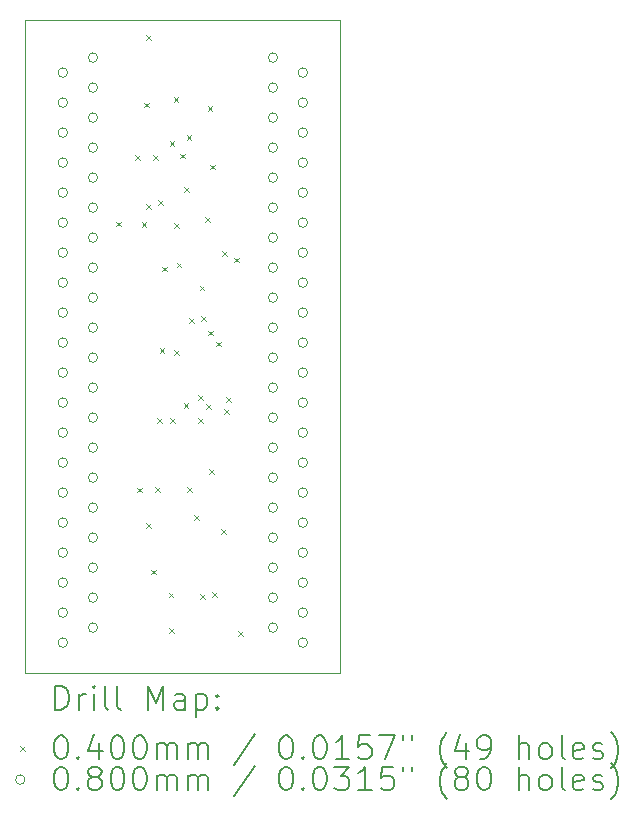
<source format=gbr>
%TF.GenerationSoftware,KiCad,Pcbnew,(6.0.9)*%
%TF.CreationDate,2025-04-02T09:35:17+02:00*%
%TF.ProjectId,Sombrero_MSX_Goa'uld,536f6d62-7265-4726-9f5f-4d53585f476f,rev?*%
%TF.SameCoordinates,Original*%
%TF.FileFunction,Drillmap*%
%TF.FilePolarity,Positive*%
%FSLAX45Y45*%
G04 Gerber Fmt 4.5, Leading zero omitted, Abs format (unit mm)*
G04 Created by KiCad (PCBNEW (6.0.9)) date 2025-04-02 09:35:17*
%MOMM*%
%LPD*%
G01*
G04 APERTURE LIST*
%ADD10C,0.050000*%
%ADD11C,0.200000*%
%ADD12C,0.040000*%
%ADD13C,0.080000*%
G04 APERTURE END LIST*
D10*
X13398500Y-7302500D02*
X16065500Y-7302500D01*
X16065500Y-7302500D02*
X16065500Y-12827000D01*
X16065500Y-12827000D02*
X13398500Y-12827000D01*
X13398500Y-12827000D02*
X13398500Y-7302500D01*
D11*
D12*
X14167270Y-9009100D02*
X14207270Y-9049100D01*
X14207270Y-9009100D02*
X14167270Y-9049100D01*
X14326270Y-8446300D02*
X14366270Y-8486300D01*
X14366270Y-8446300D02*
X14326270Y-8486300D01*
X14346260Y-11261620D02*
X14386260Y-11301620D01*
X14386260Y-11261620D02*
X14346260Y-11301620D01*
X14383710Y-9014510D02*
X14423710Y-9054510D01*
X14423710Y-9014510D02*
X14383710Y-9054510D01*
X14406030Y-8001450D02*
X14446030Y-8041450D01*
X14446030Y-8001450D02*
X14406030Y-8041450D01*
X14422360Y-8859300D02*
X14462360Y-8899300D01*
X14462360Y-8859300D02*
X14422360Y-8899300D01*
X14422500Y-11559730D02*
X14462500Y-11599730D01*
X14462500Y-11559730D02*
X14422500Y-11599730D01*
X14422600Y-7432610D02*
X14462600Y-7472610D01*
X14462600Y-7432610D02*
X14422600Y-7472610D01*
X14465350Y-11954990D02*
X14505350Y-11994990D01*
X14505350Y-11954990D02*
X14465350Y-11994990D01*
X14478790Y-8447400D02*
X14518790Y-8487400D01*
X14518790Y-8447400D02*
X14478790Y-8487400D01*
X14496460Y-11257950D02*
X14536460Y-11297950D01*
X14536460Y-11257950D02*
X14496460Y-11297950D01*
X14517360Y-10672860D02*
X14557360Y-10712860D01*
X14557360Y-10672860D02*
X14517360Y-10712860D01*
X14525150Y-8825250D02*
X14565150Y-8865250D01*
X14565150Y-8825250D02*
X14525150Y-8865250D01*
X14536190Y-10081420D02*
X14576190Y-10121420D01*
X14576190Y-10081420D02*
X14536190Y-10121420D01*
X14554820Y-9390220D02*
X14594820Y-9430220D01*
X14594820Y-9390220D02*
X14554820Y-9430220D01*
X14611500Y-12150190D02*
X14651500Y-12190190D01*
X14651500Y-12150190D02*
X14611500Y-12190190D01*
X14613940Y-12448490D02*
X14653940Y-12488490D01*
X14653940Y-12448490D02*
X14613940Y-12488490D01*
X14619430Y-8325330D02*
X14659430Y-8365330D01*
X14659430Y-8325330D02*
X14619430Y-8365330D01*
X14625540Y-10673340D02*
X14665540Y-10713340D01*
X14665540Y-10673340D02*
X14625540Y-10713340D01*
X14653850Y-7952840D02*
X14693850Y-7992840D01*
X14693850Y-7952840D02*
X14653850Y-7992840D01*
X14656840Y-10096660D02*
X14696840Y-10136660D01*
X14696840Y-10096660D02*
X14656840Y-10136660D01*
X14660070Y-9020380D02*
X14700070Y-9060380D01*
X14700070Y-9020380D02*
X14660070Y-9060380D01*
X14679290Y-9357070D02*
X14719290Y-9397070D01*
X14719290Y-9357070D02*
X14679290Y-9397070D01*
X14708910Y-8433280D02*
X14748910Y-8473280D01*
X14748910Y-8433280D02*
X14708910Y-8473280D01*
X14738120Y-10548430D02*
X14778120Y-10588430D01*
X14778120Y-10548430D02*
X14738120Y-10588430D01*
X14742810Y-8718170D02*
X14782810Y-8758170D01*
X14782810Y-8718170D02*
X14742810Y-8758170D01*
X14764230Y-8274740D02*
X14804230Y-8314740D01*
X14804230Y-8274740D02*
X14764230Y-8314740D01*
X14766940Y-11258970D02*
X14806940Y-11298970D01*
X14806940Y-11258970D02*
X14766940Y-11298970D01*
X14786980Y-9828690D02*
X14826980Y-9868690D01*
X14826980Y-9828690D02*
X14786980Y-9868690D01*
X14830090Y-11492550D02*
X14870090Y-11532550D01*
X14870090Y-11492550D02*
X14830090Y-11532550D01*
X14861300Y-10671940D02*
X14901300Y-10711940D01*
X14901300Y-10671940D02*
X14861300Y-10711940D01*
X14863410Y-10479230D02*
X14903410Y-10519230D01*
X14903410Y-10479230D02*
X14863410Y-10519230D01*
X14873850Y-9552110D02*
X14913850Y-9592110D01*
X14913850Y-9552110D02*
X14873850Y-9592110D01*
X14880790Y-12160180D02*
X14920790Y-12200180D01*
X14920790Y-12160180D02*
X14880790Y-12200180D01*
X14887000Y-9808430D02*
X14927000Y-9848430D01*
X14927000Y-9808430D02*
X14887000Y-9848430D01*
X14923240Y-8970210D02*
X14963240Y-9010210D01*
X14963240Y-8970210D02*
X14923240Y-9010210D01*
X14927670Y-10556430D02*
X14967670Y-10596430D01*
X14967670Y-10556430D02*
X14927670Y-10596430D01*
X14941210Y-8029660D02*
X14981210Y-8069660D01*
X14981210Y-8029660D02*
X14941210Y-8069660D01*
X14943980Y-9931220D02*
X14983980Y-9971220D01*
X14983980Y-9931220D02*
X14943980Y-9971220D01*
X14957730Y-11106880D02*
X14997730Y-11146880D01*
X14997730Y-11106880D02*
X14957730Y-11146880D01*
X14961850Y-8525720D02*
X15001850Y-8565720D01*
X15001850Y-8525720D02*
X14961850Y-8565720D01*
X14980800Y-12147130D02*
X15020800Y-12187130D01*
X15020800Y-12147130D02*
X14980800Y-12187130D01*
X15015890Y-10024630D02*
X15055890Y-10064630D01*
X15055890Y-10024630D02*
X15015890Y-10064630D01*
X15057740Y-11615340D02*
X15097740Y-11655340D01*
X15097740Y-11615340D02*
X15057740Y-11655340D01*
X15062700Y-9259160D02*
X15102700Y-9299160D01*
X15102700Y-9259160D02*
X15062700Y-9299160D01*
X15080900Y-10597570D02*
X15120900Y-10637570D01*
X15120900Y-10597570D02*
X15080900Y-10637570D01*
X15101720Y-10497460D02*
X15141720Y-10537460D01*
X15141720Y-10497460D02*
X15101720Y-10537460D01*
X15164470Y-9313660D02*
X15204470Y-9353660D01*
X15204470Y-9313660D02*
X15164470Y-9353660D01*
X15199380Y-12476590D02*
X15239380Y-12516590D01*
X15239380Y-12476590D02*
X15199380Y-12516590D01*
D13*
X13756000Y-7747000D02*
G75*
G03*
X13756000Y-7747000I-40000J0D01*
G01*
X13756000Y-8001000D02*
G75*
G03*
X13756000Y-8001000I-40000J0D01*
G01*
X13756000Y-8255000D02*
G75*
G03*
X13756000Y-8255000I-40000J0D01*
G01*
X13756000Y-8509000D02*
G75*
G03*
X13756000Y-8509000I-40000J0D01*
G01*
X13756000Y-8763000D02*
G75*
G03*
X13756000Y-8763000I-40000J0D01*
G01*
X13756000Y-9017000D02*
G75*
G03*
X13756000Y-9017000I-40000J0D01*
G01*
X13756000Y-9271000D02*
G75*
G03*
X13756000Y-9271000I-40000J0D01*
G01*
X13756000Y-9525000D02*
G75*
G03*
X13756000Y-9525000I-40000J0D01*
G01*
X13756000Y-9779000D02*
G75*
G03*
X13756000Y-9779000I-40000J0D01*
G01*
X13756000Y-10033000D02*
G75*
G03*
X13756000Y-10033000I-40000J0D01*
G01*
X13756000Y-10287000D02*
G75*
G03*
X13756000Y-10287000I-40000J0D01*
G01*
X13756000Y-10541000D02*
G75*
G03*
X13756000Y-10541000I-40000J0D01*
G01*
X13756000Y-10795000D02*
G75*
G03*
X13756000Y-10795000I-40000J0D01*
G01*
X13756000Y-11049000D02*
G75*
G03*
X13756000Y-11049000I-40000J0D01*
G01*
X13756000Y-11303000D02*
G75*
G03*
X13756000Y-11303000I-40000J0D01*
G01*
X13756000Y-11557000D02*
G75*
G03*
X13756000Y-11557000I-40000J0D01*
G01*
X13756000Y-11811000D02*
G75*
G03*
X13756000Y-11811000I-40000J0D01*
G01*
X13756000Y-12065000D02*
G75*
G03*
X13756000Y-12065000I-40000J0D01*
G01*
X13756000Y-12319000D02*
G75*
G03*
X13756000Y-12319000I-40000J0D01*
G01*
X13756000Y-12573000D02*
G75*
G03*
X13756000Y-12573000I-40000J0D01*
G01*
X14011000Y-7620000D02*
G75*
G03*
X14011000Y-7620000I-40000J0D01*
G01*
X14011000Y-7874000D02*
G75*
G03*
X14011000Y-7874000I-40000J0D01*
G01*
X14011000Y-8128000D02*
G75*
G03*
X14011000Y-8128000I-40000J0D01*
G01*
X14011000Y-8382000D02*
G75*
G03*
X14011000Y-8382000I-40000J0D01*
G01*
X14011000Y-8636000D02*
G75*
G03*
X14011000Y-8636000I-40000J0D01*
G01*
X14011000Y-8890000D02*
G75*
G03*
X14011000Y-8890000I-40000J0D01*
G01*
X14011000Y-9144000D02*
G75*
G03*
X14011000Y-9144000I-40000J0D01*
G01*
X14011000Y-9398000D02*
G75*
G03*
X14011000Y-9398000I-40000J0D01*
G01*
X14011000Y-9652000D02*
G75*
G03*
X14011000Y-9652000I-40000J0D01*
G01*
X14011000Y-9906000D02*
G75*
G03*
X14011000Y-9906000I-40000J0D01*
G01*
X14011000Y-10160000D02*
G75*
G03*
X14011000Y-10160000I-40000J0D01*
G01*
X14011000Y-10414000D02*
G75*
G03*
X14011000Y-10414000I-40000J0D01*
G01*
X14011000Y-10668000D02*
G75*
G03*
X14011000Y-10668000I-40000J0D01*
G01*
X14011000Y-10922000D02*
G75*
G03*
X14011000Y-10922000I-40000J0D01*
G01*
X14011000Y-11176000D02*
G75*
G03*
X14011000Y-11176000I-40000J0D01*
G01*
X14011000Y-11430000D02*
G75*
G03*
X14011000Y-11430000I-40000J0D01*
G01*
X14011000Y-11684000D02*
G75*
G03*
X14011000Y-11684000I-40000J0D01*
G01*
X14011000Y-11938000D02*
G75*
G03*
X14011000Y-11938000I-40000J0D01*
G01*
X14011000Y-12192000D02*
G75*
G03*
X14011000Y-12192000I-40000J0D01*
G01*
X14011000Y-12446000D02*
G75*
G03*
X14011000Y-12446000I-40000J0D01*
G01*
X15535000Y-7620000D02*
G75*
G03*
X15535000Y-7620000I-40000J0D01*
G01*
X15535000Y-7874000D02*
G75*
G03*
X15535000Y-7874000I-40000J0D01*
G01*
X15535000Y-8128000D02*
G75*
G03*
X15535000Y-8128000I-40000J0D01*
G01*
X15535000Y-8382000D02*
G75*
G03*
X15535000Y-8382000I-40000J0D01*
G01*
X15535000Y-8636000D02*
G75*
G03*
X15535000Y-8636000I-40000J0D01*
G01*
X15535000Y-8890000D02*
G75*
G03*
X15535000Y-8890000I-40000J0D01*
G01*
X15535000Y-9144000D02*
G75*
G03*
X15535000Y-9144000I-40000J0D01*
G01*
X15535000Y-9398000D02*
G75*
G03*
X15535000Y-9398000I-40000J0D01*
G01*
X15535000Y-9652000D02*
G75*
G03*
X15535000Y-9652000I-40000J0D01*
G01*
X15535000Y-9906000D02*
G75*
G03*
X15535000Y-9906000I-40000J0D01*
G01*
X15535000Y-10160000D02*
G75*
G03*
X15535000Y-10160000I-40000J0D01*
G01*
X15535000Y-10414000D02*
G75*
G03*
X15535000Y-10414000I-40000J0D01*
G01*
X15535000Y-10668000D02*
G75*
G03*
X15535000Y-10668000I-40000J0D01*
G01*
X15535000Y-10922000D02*
G75*
G03*
X15535000Y-10922000I-40000J0D01*
G01*
X15535000Y-11176000D02*
G75*
G03*
X15535000Y-11176000I-40000J0D01*
G01*
X15535000Y-11430000D02*
G75*
G03*
X15535000Y-11430000I-40000J0D01*
G01*
X15535000Y-11684000D02*
G75*
G03*
X15535000Y-11684000I-40000J0D01*
G01*
X15535000Y-11938000D02*
G75*
G03*
X15535000Y-11938000I-40000J0D01*
G01*
X15535000Y-12192000D02*
G75*
G03*
X15535000Y-12192000I-40000J0D01*
G01*
X15535000Y-12446000D02*
G75*
G03*
X15535000Y-12446000I-40000J0D01*
G01*
X15788000Y-7747000D02*
G75*
G03*
X15788000Y-7747000I-40000J0D01*
G01*
X15788000Y-8001000D02*
G75*
G03*
X15788000Y-8001000I-40000J0D01*
G01*
X15788000Y-8255000D02*
G75*
G03*
X15788000Y-8255000I-40000J0D01*
G01*
X15788000Y-8509000D02*
G75*
G03*
X15788000Y-8509000I-40000J0D01*
G01*
X15788000Y-8763000D02*
G75*
G03*
X15788000Y-8763000I-40000J0D01*
G01*
X15788000Y-9017000D02*
G75*
G03*
X15788000Y-9017000I-40000J0D01*
G01*
X15788000Y-9271000D02*
G75*
G03*
X15788000Y-9271000I-40000J0D01*
G01*
X15788000Y-9525000D02*
G75*
G03*
X15788000Y-9525000I-40000J0D01*
G01*
X15788000Y-9779000D02*
G75*
G03*
X15788000Y-9779000I-40000J0D01*
G01*
X15788000Y-10033000D02*
G75*
G03*
X15788000Y-10033000I-40000J0D01*
G01*
X15788000Y-10287000D02*
G75*
G03*
X15788000Y-10287000I-40000J0D01*
G01*
X15788000Y-10541000D02*
G75*
G03*
X15788000Y-10541000I-40000J0D01*
G01*
X15788000Y-10795000D02*
G75*
G03*
X15788000Y-10795000I-40000J0D01*
G01*
X15788000Y-11049000D02*
G75*
G03*
X15788000Y-11049000I-40000J0D01*
G01*
X15788000Y-11303000D02*
G75*
G03*
X15788000Y-11303000I-40000J0D01*
G01*
X15788000Y-11557000D02*
G75*
G03*
X15788000Y-11557000I-40000J0D01*
G01*
X15788000Y-11811000D02*
G75*
G03*
X15788000Y-11811000I-40000J0D01*
G01*
X15788000Y-12065000D02*
G75*
G03*
X15788000Y-12065000I-40000J0D01*
G01*
X15788000Y-12319000D02*
G75*
G03*
X15788000Y-12319000I-40000J0D01*
G01*
X15788000Y-12573000D02*
G75*
G03*
X15788000Y-12573000I-40000J0D01*
G01*
D11*
X13653619Y-13139976D02*
X13653619Y-12939976D01*
X13701238Y-12939976D01*
X13729809Y-12949500D01*
X13748857Y-12968548D01*
X13758381Y-12987595D01*
X13767905Y-13025690D01*
X13767905Y-13054262D01*
X13758381Y-13092357D01*
X13748857Y-13111405D01*
X13729809Y-13130452D01*
X13701238Y-13139976D01*
X13653619Y-13139976D01*
X13853619Y-13139976D02*
X13853619Y-13006643D01*
X13853619Y-13044738D02*
X13863143Y-13025690D01*
X13872667Y-13016167D01*
X13891714Y-13006643D01*
X13910762Y-13006643D01*
X13977428Y-13139976D02*
X13977428Y-13006643D01*
X13977428Y-12939976D02*
X13967905Y-12949500D01*
X13977428Y-12959024D01*
X13986952Y-12949500D01*
X13977428Y-12939976D01*
X13977428Y-12959024D01*
X14101238Y-13139976D02*
X14082190Y-13130452D01*
X14072667Y-13111405D01*
X14072667Y-12939976D01*
X14206000Y-13139976D02*
X14186952Y-13130452D01*
X14177428Y-13111405D01*
X14177428Y-12939976D01*
X14434571Y-13139976D02*
X14434571Y-12939976D01*
X14501238Y-13082833D01*
X14567905Y-12939976D01*
X14567905Y-13139976D01*
X14748857Y-13139976D02*
X14748857Y-13035214D01*
X14739333Y-13016167D01*
X14720286Y-13006643D01*
X14682190Y-13006643D01*
X14663143Y-13016167D01*
X14748857Y-13130452D02*
X14729809Y-13139976D01*
X14682190Y-13139976D01*
X14663143Y-13130452D01*
X14653619Y-13111405D01*
X14653619Y-13092357D01*
X14663143Y-13073309D01*
X14682190Y-13063786D01*
X14729809Y-13063786D01*
X14748857Y-13054262D01*
X14844095Y-13006643D02*
X14844095Y-13206643D01*
X14844095Y-13016167D02*
X14863143Y-13006643D01*
X14901238Y-13006643D01*
X14920286Y-13016167D01*
X14929809Y-13025690D01*
X14939333Y-13044738D01*
X14939333Y-13101881D01*
X14929809Y-13120928D01*
X14920286Y-13130452D01*
X14901238Y-13139976D01*
X14863143Y-13139976D01*
X14844095Y-13130452D01*
X15025048Y-13120928D02*
X15034571Y-13130452D01*
X15025048Y-13139976D01*
X15015524Y-13130452D01*
X15025048Y-13120928D01*
X15025048Y-13139976D01*
X15025048Y-13016167D02*
X15034571Y-13025690D01*
X15025048Y-13035214D01*
X15015524Y-13025690D01*
X15025048Y-13016167D01*
X15025048Y-13035214D01*
D12*
X13356000Y-13449500D02*
X13396000Y-13489500D01*
X13396000Y-13449500D02*
X13356000Y-13489500D01*
D11*
X13691714Y-13359976D02*
X13710762Y-13359976D01*
X13729809Y-13369500D01*
X13739333Y-13379024D01*
X13748857Y-13398071D01*
X13758381Y-13436167D01*
X13758381Y-13483786D01*
X13748857Y-13521881D01*
X13739333Y-13540928D01*
X13729809Y-13550452D01*
X13710762Y-13559976D01*
X13691714Y-13559976D01*
X13672667Y-13550452D01*
X13663143Y-13540928D01*
X13653619Y-13521881D01*
X13644095Y-13483786D01*
X13644095Y-13436167D01*
X13653619Y-13398071D01*
X13663143Y-13379024D01*
X13672667Y-13369500D01*
X13691714Y-13359976D01*
X13844095Y-13540928D02*
X13853619Y-13550452D01*
X13844095Y-13559976D01*
X13834571Y-13550452D01*
X13844095Y-13540928D01*
X13844095Y-13559976D01*
X14025048Y-13426643D02*
X14025048Y-13559976D01*
X13977428Y-13350452D02*
X13929809Y-13493309D01*
X14053619Y-13493309D01*
X14167905Y-13359976D02*
X14186952Y-13359976D01*
X14206000Y-13369500D01*
X14215524Y-13379024D01*
X14225048Y-13398071D01*
X14234571Y-13436167D01*
X14234571Y-13483786D01*
X14225048Y-13521881D01*
X14215524Y-13540928D01*
X14206000Y-13550452D01*
X14186952Y-13559976D01*
X14167905Y-13559976D01*
X14148857Y-13550452D01*
X14139333Y-13540928D01*
X14129809Y-13521881D01*
X14120286Y-13483786D01*
X14120286Y-13436167D01*
X14129809Y-13398071D01*
X14139333Y-13379024D01*
X14148857Y-13369500D01*
X14167905Y-13359976D01*
X14358381Y-13359976D02*
X14377428Y-13359976D01*
X14396476Y-13369500D01*
X14406000Y-13379024D01*
X14415524Y-13398071D01*
X14425048Y-13436167D01*
X14425048Y-13483786D01*
X14415524Y-13521881D01*
X14406000Y-13540928D01*
X14396476Y-13550452D01*
X14377428Y-13559976D01*
X14358381Y-13559976D01*
X14339333Y-13550452D01*
X14329809Y-13540928D01*
X14320286Y-13521881D01*
X14310762Y-13483786D01*
X14310762Y-13436167D01*
X14320286Y-13398071D01*
X14329809Y-13379024D01*
X14339333Y-13369500D01*
X14358381Y-13359976D01*
X14510762Y-13559976D02*
X14510762Y-13426643D01*
X14510762Y-13445690D02*
X14520286Y-13436167D01*
X14539333Y-13426643D01*
X14567905Y-13426643D01*
X14586952Y-13436167D01*
X14596476Y-13455214D01*
X14596476Y-13559976D01*
X14596476Y-13455214D02*
X14606000Y-13436167D01*
X14625048Y-13426643D01*
X14653619Y-13426643D01*
X14672667Y-13436167D01*
X14682190Y-13455214D01*
X14682190Y-13559976D01*
X14777428Y-13559976D02*
X14777428Y-13426643D01*
X14777428Y-13445690D02*
X14786952Y-13436167D01*
X14806000Y-13426643D01*
X14834571Y-13426643D01*
X14853619Y-13436167D01*
X14863143Y-13455214D01*
X14863143Y-13559976D01*
X14863143Y-13455214D02*
X14872667Y-13436167D01*
X14891714Y-13426643D01*
X14920286Y-13426643D01*
X14939333Y-13436167D01*
X14948857Y-13455214D01*
X14948857Y-13559976D01*
X15339333Y-13350452D02*
X15167905Y-13607595D01*
X15596476Y-13359976D02*
X15615524Y-13359976D01*
X15634571Y-13369500D01*
X15644095Y-13379024D01*
X15653619Y-13398071D01*
X15663143Y-13436167D01*
X15663143Y-13483786D01*
X15653619Y-13521881D01*
X15644095Y-13540928D01*
X15634571Y-13550452D01*
X15615524Y-13559976D01*
X15596476Y-13559976D01*
X15577428Y-13550452D01*
X15567905Y-13540928D01*
X15558381Y-13521881D01*
X15548857Y-13483786D01*
X15548857Y-13436167D01*
X15558381Y-13398071D01*
X15567905Y-13379024D01*
X15577428Y-13369500D01*
X15596476Y-13359976D01*
X15748857Y-13540928D02*
X15758381Y-13550452D01*
X15748857Y-13559976D01*
X15739333Y-13550452D01*
X15748857Y-13540928D01*
X15748857Y-13559976D01*
X15882190Y-13359976D02*
X15901238Y-13359976D01*
X15920286Y-13369500D01*
X15929809Y-13379024D01*
X15939333Y-13398071D01*
X15948857Y-13436167D01*
X15948857Y-13483786D01*
X15939333Y-13521881D01*
X15929809Y-13540928D01*
X15920286Y-13550452D01*
X15901238Y-13559976D01*
X15882190Y-13559976D01*
X15863143Y-13550452D01*
X15853619Y-13540928D01*
X15844095Y-13521881D01*
X15834571Y-13483786D01*
X15834571Y-13436167D01*
X15844095Y-13398071D01*
X15853619Y-13379024D01*
X15863143Y-13369500D01*
X15882190Y-13359976D01*
X16139333Y-13559976D02*
X16025048Y-13559976D01*
X16082190Y-13559976D02*
X16082190Y-13359976D01*
X16063143Y-13388548D01*
X16044095Y-13407595D01*
X16025048Y-13417119D01*
X16320286Y-13359976D02*
X16225048Y-13359976D01*
X16215524Y-13455214D01*
X16225048Y-13445690D01*
X16244095Y-13436167D01*
X16291714Y-13436167D01*
X16310762Y-13445690D01*
X16320286Y-13455214D01*
X16329809Y-13474262D01*
X16329809Y-13521881D01*
X16320286Y-13540928D01*
X16310762Y-13550452D01*
X16291714Y-13559976D01*
X16244095Y-13559976D01*
X16225048Y-13550452D01*
X16215524Y-13540928D01*
X16396476Y-13359976D02*
X16529809Y-13359976D01*
X16444095Y-13559976D01*
X16596476Y-13359976D02*
X16596476Y-13398071D01*
X16672667Y-13359976D02*
X16672667Y-13398071D01*
X16967905Y-13636167D02*
X16958381Y-13626643D01*
X16939333Y-13598071D01*
X16929810Y-13579024D01*
X16920286Y-13550452D01*
X16910762Y-13502833D01*
X16910762Y-13464738D01*
X16920286Y-13417119D01*
X16929810Y-13388548D01*
X16939333Y-13369500D01*
X16958381Y-13340928D01*
X16967905Y-13331405D01*
X17129810Y-13426643D02*
X17129810Y-13559976D01*
X17082190Y-13350452D02*
X17034571Y-13493309D01*
X17158381Y-13493309D01*
X17244095Y-13559976D02*
X17282190Y-13559976D01*
X17301238Y-13550452D01*
X17310762Y-13540928D01*
X17329810Y-13512357D01*
X17339333Y-13474262D01*
X17339333Y-13398071D01*
X17329810Y-13379024D01*
X17320286Y-13369500D01*
X17301238Y-13359976D01*
X17263143Y-13359976D01*
X17244095Y-13369500D01*
X17234571Y-13379024D01*
X17225048Y-13398071D01*
X17225048Y-13445690D01*
X17234571Y-13464738D01*
X17244095Y-13474262D01*
X17263143Y-13483786D01*
X17301238Y-13483786D01*
X17320286Y-13474262D01*
X17329810Y-13464738D01*
X17339333Y-13445690D01*
X17577429Y-13559976D02*
X17577429Y-13359976D01*
X17663143Y-13559976D02*
X17663143Y-13455214D01*
X17653619Y-13436167D01*
X17634571Y-13426643D01*
X17606000Y-13426643D01*
X17586952Y-13436167D01*
X17577429Y-13445690D01*
X17786952Y-13559976D02*
X17767905Y-13550452D01*
X17758381Y-13540928D01*
X17748857Y-13521881D01*
X17748857Y-13464738D01*
X17758381Y-13445690D01*
X17767905Y-13436167D01*
X17786952Y-13426643D01*
X17815524Y-13426643D01*
X17834571Y-13436167D01*
X17844095Y-13445690D01*
X17853619Y-13464738D01*
X17853619Y-13521881D01*
X17844095Y-13540928D01*
X17834571Y-13550452D01*
X17815524Y-13559976D01*
X17786952Y-13559976D01*
X17967905Y-13559976D02*
X17948857Y-13550452D01*
X17939333Y-13531405D01*
X17939333Y-13359976D01*
X18120286Y-13550452D02*
X18101238Y-13559976D01*
X18063143Y-13559976D01*
X18044095Y-13550452D01*
X18034571Y-13531405D01*
X18034571Y-13455214D01*
X18044095Y-13436167D01*
X18063143Y-13426643D01*
X18101238Y-13426643D01*
X18120286Y-13436167D01*
X18129810Y-13455214D01*
X18129810Y-13474262D01*
X18034571Y-13493309D01*
X18206000Y-13550452D02*
X18225048Y-13559976D01*
X18263143Y-13559976D01*
X18282190Y-13550452D01*
X18291714Y-13531405D01*
X18291714Y-13521881D01*
X18282190Y-13502833D01*
X18263143Y-13493309D01*
X18234571Y-13493309D01*
X18215524Y-13483786D01*
X18206000Y-13464738D01*
X18206000Y-13455214D01*
X18215524Y-13436167D01*
X18234571Y-13426643D01*
X18263143Y-13426643D01*
X18282190Y-13436167D01*
X18358381Y-13636167D02*
X18367905Y-13626643D01*
X18386952Y-13598071D01*
X18396476Y-13579024D01*
X18406000Y-13550452D01*
X18415524Y-13502833D01*
X18415524Y-13464738D01*
X18406000Y-13417119D01*
X18396476Y-13388548D01*
X18386952Y-13369500D01*
X18367905Y-13340928D01*
X18358381Y-13331405D01*
D13*
X13396000Y-13733500D02*
G75*
G03*
X13396000Y-13733500I-40000J0D01*
G01*
D11*
X13691714Y-13623976D02*
X13710762Y-13623976D01*
X13729809Y-13633500D01*
X13739333Y-13643024D01*
X13748857Y-13662071D01*
X13758381Y-13700167D01*
X13758381Y-13747786D01*
X13748857Y-13785881D01*
X13739333Y-13804928D01*
X13729809Y-13814452D01*
X13710762Y-13823976D01*
X13691714Y-13823976D01*
X13672667Y-13814452D01*
X13663143Y-13804928D01*
X13653619Y-13785881D01*
X13644095Y-13747786D01*
X13644095Y-13700167D01*
X13653619Y-13662071D01*
X13663143Y-13643024D01*
X13672667Y-13633500D01*
X13691714Y-13623976D01*
X13844095Y-13804928D02*
X13853619Y-13814452D01*
X13844095Y-13823976D01*
X13834571Y-13814452D01*
X13844095Y-13804928D01*
X13844095Y-13823976D01*
X13967905Y-13709690D02*
X13948857Y-13700167D01*
X13939333Y-13690643D01*
X13929809Y-13671595D01*
X13929809Y-13662071D01*
X13939333Y-13643024D01*
X13948857Y-13633500D01*
X13967905Y-13623976D01*
X14006000Y-13623976D01*
X14025048Y-13633500D01*
X14034571Y-13643024D01*
X14044095Y-13662071D01*
X14044095Y-13671595D01*
X14034571Y-13690643D01*
X14025048Y-13700167D01*
X14006000Y-13709690D01*
X13967905Y-13709690D01*
X13948857Y-13719214D01*
X13939333Y-13728738D01*
X13929809Y-13747786D01*
X13929809Y-13785881D01*
X13939333Y-13804928D01*
X13948857Y-13814452D01*
X13967905Y-13823976D01*
X14006000Y-13823976D01*
X14025048Y-13814452D01*
X14034571Y-13804928D01*
X14044095Y-13785881D01*
X14044095Y-13747786D01*
X14034571Y-13728738D01*
X14025048Y-13719214D01*
X14006000Y-13709690D01*
X14167905Y-13623976D02*
X14186952Y-13623976D01*
X14206000Y-13633500D01*
X14215524Y-13643024D01*
X14225048Y-13662071D01*
X14234571Y-13700167D01*
X14234571Y-13747786D01*
X14225048Y-13785881D01*
X14215524Y-13804928D01*
X14206000Y-13814452D01*
X14186952Y-13823976D01*
X14167905Y-13823976D01*
X14148857Y-13814452D01*
X14139333Y-13804928D01*
X14129809Y-13785881D01*
X14120286Y-13747786D01*
X14120286Y-13700167D01*
X14129809Y-13662071D01*
X14139333Y-13643024D01*
X14148857Y-13633500D01*
X14167905Y-13623976D01*
X14358381Y-13623976D02*
X14377428Y-13623976D01*
X14396476Y-13633500D01*
X14406000Y-13643024D01*
X14415524Y-13662071D01*
X14425048Y-13700167D01*
X14425048Y-13747786D01*
X14415524Y-13785881D01*
X14406000Y-13804928D01*
X14396476Y-13814452D01*
X14377428Y-13823976D01*
X14358381Y-13823976D01*
X14339333Y-13814452D01*
X14329809Y-13804928D01*
X14320286Y-13785881D01*
X14310762Y-13747786D01*
X14310762Y-13700167D01*
X14320286Y-13662071D01*
X14329809Y-13643024D01*
X14339333Y-13633500D01*
X14358381Y-13623976D01*
X14510762Y-13823976D02*
X14510762Y-13690643D01*
X14510762Y-13709690D02*
X14520286Y-13700167D01*
X14539333Y-13690643D01*
X14567905Y-13690643D01*
X14586952Y-13700167D01*
X14596476Y-13719214D01*
X14596476Y-13823976D01*
X14596476Y-13719214D02*
X14606000Y-13700167D01*
X14625048Y-13690643D01*
X14653619Y-13690643D01*
X14672667Y-13700167D01*
X14682190Y-13719214D01*
X14682190Y-13823976D01*
X14777428Y-13823976D02*
X14777428Y-13690643D01*
X14777428Y-13709690D02*
X14786952Y-13700167D01*
X14806000Y-13690643D01*
X14834571Y-13690643D01*
X14853619Y-13700167D01*
X14863143Y-13719214D01*
X14863143Y-13823976D01*
X14863143Y-13719214D02*
X14872667Y-13700167D01*
X14891714Y-13690643D01*
X14920286Y-13690643D01*
X14939333Y-13700167D01*
X14948857Y-13719214D01*
X14948857Y-13823976D01*
X15339333Y-13614452D02*
X15167905Y-13871595D01*
X15596476Y-13623976D02*
X15615524Y-13623976D01*
X15634571Y-13633500D01*
X15644095Y-13643024D01*
X15653619Y-13662071D01*
X15663143Y-13700167D01*
X15663143Y-13747786D01*
X15653619Y-13785881D01*
X15644095Y-13804928D01*
X15634571Y-13814452D01*
X15615524Y-13823976D01*
X15596476Y-13823976D01*
X15577428Y-13814452D01*
X15567905Y-13804928D01*
X15558381Y-13785881D01*
X15548857Y-13747786D01*
X15548857Y-13700167D01*
X15558381Y-13662071D01*
X15567905Y-13643024D01*
X15577428Y-13633500D01*
X15596476Y-13623976D01*
X15748857Y-13804928D02*
X15758381Y-13814452D01*
X15748857Y-13823976D01*
X15739333Y-13814452D01*
X15748857Y-13804928D01*
X15748857Y-13823976D01*
X15882190Y-13623976D02*
X15901238Y-13623976D01*
X15920286Y-13633500D01*
X15929809Y-13643024D01*
X15939333Y-13662071D01*
X15948857Y-13700167D01*
X15948857Y-13747786D01*
X15939333Y-13785881D01*
X15929809Y-13804928D01*
X15920286Y-13814452D01*
X15901238Y-13823976D01*
X15882190Y-13823976D01*
X15863143Y-13814452D01*
X15853619Y-13804928D01*
X15844095Y-13785881D01*
X15834571Y-13747786D01*
X15834571Y-13700167D01*
X15844095Y-13662071D01*
X15853619Y-13643024D01*
X15863143Y-13633500D01*
X15882190Y-13623976D01*
X16015524Y-13623976D02*
X16139333Y-13623976D01*
X16072667Y-13700167D01*
X16101238Y-13700167D01*
X16120286Y-13709690D01*
X16129809Y-13719214D01*
X16139333Y-13738262D01*
X16139333Y-13785881D01*
X16129809Y-13804928D01*
X16120286Y-13814452D01*
X16101238Y-13823976D01*
X16044095Y-13823976D01*
X16025048Y-13814452D01*
X16015524Y-13804928D01*
X16329809Y-13823976D02*
X16215524Y-13823976D01*
X16272667Y-13823976D02*
X16272667Y-13623976D01*
X16253619Y-13652548D01*
X16234571Y-13671595D01*
X16215524Y-13681119D01*
X16510762Y-13623976D02*
X16415524Y-13623976D01*
X16406000Y-13719214D01*
X16415524Y-13709690D01*
X16434571Y-13700167D01*
X16482190Y-13700167D01*
X16501238Y-13709690D01*
X16510762Y-13719214D01*
X16520286Y-13738262D01*
X16520286Y-13785881D01*
X16510762Y-13804928D01*
X16501238Y-13814452D01*
X16482190Y-13823976D01*
X16434571Y-13823976D01*
X16415524Y-13814452D01*
X16406000Y-13804928D01*
X16596476Y-13623976D02*
X16596476Y-13662071D01*
X16672667Y-13623976D02*
X16672667Y-13662071D01*
X16967905Y-13900167D02*
X16958381Y-13890643D01*
X16939333Y-13862071D01*
X16929810Y-13843024D01*
X16920286Y-13814452D01*
X16910762Y-13766833D01*
X16910762Y-13728738D01*
X16920286Y-13681119D01*
X16929810Y-13652548D01*
X16939333Y-13633500D01*
X16958381Y-13604928D01*
X16967905Y-13595405D01*
X17072667Y-13709690D02*
X17053619Y-13700167D01*
X17044095Y-13690643D01*
X17034571Y-13671595D01*
X17034571Y-13662071D01*
X17044095Y-13643024D01*
X17053619Y-13633500D01*
X17072667Y-13623976D01*
X17110762Y-13623976D01*
X17129810Y-13633500D01*
X17139333Y-13643024D01*
X17148857Y-13662071D01*
X17148857Y-13671595D01*
X17139333Y-13690643D01*
X17129810Y-13700167D01*
X17110762Y-13709690D01*
X17072667Y-13709690D01*
X17053619Y-13719214D01*
X17044095Y-13728738D01*
X17034571Y-13747786D01*
X17034571Y-13785881D01*
X17044095Y-13804928D01*
X17053619Y-13814452D01*
X17072667Y-13823976D01*
X17110762Y-13823976D01*
X17129810Y-13814452D01*
X17139333Y-13804928D01*
X17148857Y-13785881D01*
X17148857Y-13747786D01*
X17139333Y-13728738D01*
X17129810Y-13719214D01*
X17110762Y-13709690D01*
X17272667Y-13623976D02*
X17291714Y-13623976D01*
X17310762Y-13633500D01*
X17320286Y-13643024D01*
X17329810Y-13662071D01*
X17339333Y-13700167D01*
X17339333Y-13747786D01*
X17329810Y-13785881D01*
X17320286Y-13804928D01*
X17310762Y-13814452D01*
X17291714Y-13823976D01*
X17272667Y-13823976D01*
X17253619Y-13814452D01*
X17244095Y-13804928D01*
X17234571Y-13785881D01*
X17225048Y-13747786D01*
X17225048Y-13700167D01*
X17234571Y-13662071D01*
X17244095Y-13643024D01*
X17253619Y-13633500D01*
X17272667Y-13623976D01*
X17577429Y-13823976D02*
X17577429Y-13623976D01*
X17663143Y-13823976D02*
X17663143Y-13719214D01*
X17653619Y-13700167D01*
X17634571Y-13690643D01*
X17606000Y-13690643D01*
X17586952Y-13700167D01*
X17577429Y-13709690D01*
X17786952Y-13823976D02*
X17767905Y-13814452D01*
X17758381Y-13804928D01*
X17748857Y-13785881D01*
X17748857Y-13728738D01*
X17758381Y-13709690D01*
X17767905Y-13700167D01*
X17786952Y-13690643D01*
X17815524Y-13690643D01*
X17834571Y-13700167D01*
X17844095Y-13709690D01*
X17853619Y-13728738D01*
X17853619Y-13785881D01*
X17844095Y-13804928D01*
X17834571Y-13814452D01*
X17815524Y-13823976D01*
X17786952Y-13823976D01*
X17967905Y-13823976D02*
X17948857Y-13814452D01*
X17939333Y-13795405D01*
X17939333Y-13623976D01*
X18120286Y-13814452D02*
X18101238Y-13823976D01*
X18063143Y-13823976D01*
X18044095Y-13814452D01*
X18034571Y-13795405D01*
X18034571Y-13719214D01*
X18044095Y-13700167D01*
X18063143Y-13690643D01*
X18101238Y-13690643D01*
X18120286Y-13700167D01*
X18129810Y-13719214D01*
X18129810Y-13738262D01*
X18034571Y-13757309D01*
X18206000Y-13814452D02*
X18225048Y-13823976D01*
X18263143Y-13823976D01*
X18282190Y-13814452D01*
X18291714Y-13795405D01*
X18291714Y-13785881D01*
X18282190Y-13766833D01*
X18263143Y-13757309D01*
X18234571Y-13757309D01*
X18215524Y-13747786D01*
X18206000Y-13728738D01*
X18206000Y-13719214D01*
X18215524Y-13700167D01*
X18234571Y-13690643D01*
X18263143Y-13690643D01*
X18282190Y-13700167D01*
X18358381Y-13900167D02*
X18367905Y-13890643D01*
X18386952Y-13862071D01*
X18396476Y-13843024D01*
X18406000Y-13814452D01*
X18415524Y-13766833D01*
X18415524Y-13728738D01*
X18406000Y-13681119D01*
X18396476Y-13652548D01*
X18386952Y-13633500D01*
X18367905Y-13604928D01*
X18358381Y-13595405D01*
M02*

</source>
